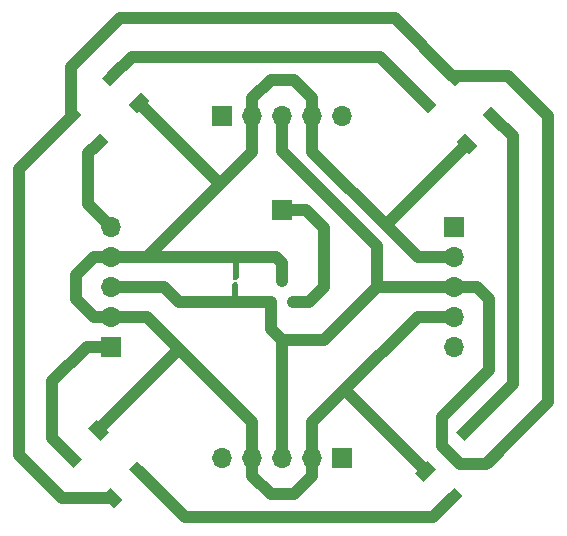
<source format=gbr>
%TF.GenerationSoftware,KiCad,Pcbnew,5.1.10-88a1d61d58~88~ubuntu20.04.1*%
%TF.CreationDate,2021-06-14T10:10:26+02:00*%
%TF.ProjectId,connected_tiles,636f6e6e-6563-4746-9564-5f74696c6573,rev?*%
%TF.SameCoordinates,Original*%
%TF.FileFunction,Copper,L1,Top*%
%TF.FilePolarity,Positive*%
%FSLAX46Y46*%
G04 Gerber Fmt 4.6, Leading zero omitted, Abs format (unit mm)*
G04 Created by KiCad (PCBNEW 5.1.10-88a1d61d58~88~ubuntu20.04.1) date 2021-06-14 10:10:26*
%MOMM*%
%LPD*%
G01*
G04 APERTURE LIST*
%TA.AperFunction,ComponentPad*%
%ADD10O,1.700000X1.700000*%
%TD*%
%TA.AperFunction,ComponentPad*%
%ADD11R,1.700000X1.700000*%
%TD*%
%TA.AperFunction,SMDPad,CuDef*%
%ADD12R,0.558800X0.863600*%
%TD*%
%TA.AperFunction,SMDPad,CuDef*%
%ADD13C,0.100000*%
%TD*%
%TA.AperFunction,Conductor*%
%ADD14C,1.000000*%
%TD*%
%TA.AperFunction,Conductor*%
%ADD15C,0.500000*%
%TD*%
G04 APERTURE END LIST*
%TO.P,C1,2*%
%TO.N,/GND*%
%TA.AperFunction,SMDPad,CuDef*%
G36*
G01*
X61100000Y-144410000D02*
X60900000Y-144410000D01*
G75*
G02*
X60800000Y-144310000I0J100000D01*
G01*
X60800000Y-144050000D01*
G75*
G02*
X60900000Y-143950000I100000J0D01*
G01*
X61100000Y-143950000D01*
G75*
G02*
X61200000Y-144050000I0J-100000D01*
G01*
X61200000Y-144310000D01*
G75*
G02*
X61100000Y-144410000I-100000J0D01*
G01*
G37*
%TD.AperFunction*%
%TO.P,C1,1*%
%TO.N,/VCC*%
%TA.AperFunction,SMDPad,CuDef*%
G36*
G01*
X61100000Y-145050000D02*
X60900000Y-145050000D01*
G75*
G02*
X60800000Y-144950000I0J100000D01*
G01*
X60800000Y-144690000D01*
G75*
G02*
X60900000Y-144590000I100000J0D01*
G01*
X61100000Y-144590000D01*
G75*
G02*
X61200000Y-144690000I0J-100000D01*
G01*
X61200000Y-144950000D01*
G75*
G02*
X61100000Y-145050000I-100000J0D01*
G01*
G37*
%TD.AperFunction*%
%TD*%
D10*
%TO.P,J1,5*%
%TO.N,/DOUT*%
X79500000Y-150080000D03*
%TO.P,J1,4*%
%TO.N,/GND*%
X79500000Y-147540000D03*
%TO.P,J1,3*%
%TO.N,/VCC*%
X79500000Y-145000000D03*
%TO.P,J1,2*%
%TO.N,/GND*%
X79500000Y-142460000D03*
D11*
%TO.P,J1,1*%
%TO.N,/DIN*%
X79500000Y-139920000D03*
%TD*%
%TO.P,J4,1*%
%TO.N,Net-(J4-Pad1)*%
X65000000Y-138500000D03*
%TD*%
D10*
%TO.P,J0,5*%
%TO.N,/DOUT*%
X59920000Y-159500000D03*
%TO.P,J0,4*%
%TO.N,/GND*%
X62460000Y-159500000D03*
%TO.P,J0,3*%
%TO.N,/VCC*%
X65000000Y-159500000D03*
%TO.P,J0,2*%
%TO.N,/GND*%
X67540000Y-159500000D03*
D11*
%TO.P,J0,1*%
%TO.N,/DIN*%
X70080000Y-159500000D03*
%TD*%
D10*
%TO.P,J2,5*%
%TO.N,/DOUT*%
X70080000Y-130500000D03*
%TO.P,J2,4*%
%TO.N,/GND*%
X67540000Y-130500000D03*
%TO.P,J2,3*%
%TO.N,/VCC*%
X65000000Y-130500000D03*
%TO.P,J2,2*%
%TO.N,/GND*%
X62460000Y-130500000D03*
D11*
%TO.P,J2,1*%
%TO.N,/DIN*%
X59920000Y-130500000D03*
%TD*%
D10*
%TO.P,J3,5*%
%TO.N,/DOUT*%
X50500000Y-139920000D03*
%TO.P,J3,4*%
%TO.N,/GND*%
X50500000Y-142460000D03*
%TO.P,J3,3*%
%TO.N,/VCC*%
X50500000Y-145000000D03*
%TO.P,J3,2*%
%TO.N,/GND*%
X50500000Y-147540000D03*
D11*
%TO.P,J3,1*%
%TO.N,/DIN*%
X50500000Y-150080000D03*
%TD*%
D12*
%TO.P,U1,3*%
%TO.N,/GND*%
X65000000Y-143730000D03*
%TO.P,U1,2*%
%TO.N,Net-(J4-Pad1)*%
X65939800Y-146270000D03*
%TO.P,U1,1*%
%TO.N,/VCC*%
X64060200Y-146270000D03*
%TD*%
%TA.AperFunction,SMDPad,CuDef*%
D13*
%TO.P,D3,3*%
%TO.N,/VCC*%
G36*
X46959441Y-131484924D02*
G01*
X46252335Y-130777818D01*
X47312995Y-129717158D01*
X48020101Y-130424264D01*
X46959441Y-131484924D01*
G37*
%TD.AperFunction*%
%TA.AperFunction,SMDPad,CuDef*%
%TO.P,D3,4*%
%TO.N,/DOUT*%
G36*
X49222182Y-133747665D02*
G01*
X48515076Y-133040559D01*
X49575736Y-131979899D01*
X50282842Y-132687005D01*
X49222182Y-133747665D01*
G37*
%TD.AperFunction*%
%TA.AperFunction,SMDPad,CuDef*%
%TO.P,D3,2*%
%TO.N,Net-(D2-Pad4)*%
G36*
X50424264Y-128020101D02*
G01*
X49717158Y-127312995D01*
X50777818Y-126252335D01*
X51484924Y-126959441D01*
X50424264Y-128020101D01*
G37*
%TD.AperFunction*%
%TA.AperFunction,SMDPad,CuDef*%
%TO.P,D3,1*%
%TO.N,/GND*%
G36*
X52687005Y-130282842D02*
G01*
X51979899Y-129575736D01*
X53040559Y-128515076D01*
X53747665Y-129222182D01*
X52687005Y-130282842D01*
G37*
%TD.AperFunction*%
%TD*%
%TA.AperFunction,SMDPad,CuDef*%
%TO.P,D2,3*%
%TO.N,/VCC*%
G36*
X78515076Y-126959441D02*
G01*
X79222182Y-126252335D01*
X80282842Y-127312995D01*
X79575736Y-128020101D01*
X78515076Y-126959441D01*
G37*
%TD.AperFunction*%
%TA.AperFunction,SMDPad,CuDef*%
%TO.P,D2,4*%
%TO.N,Net-(D2-Pad4)*%
G36*
X76252335Y-129222182D02*
G01*
X76959441Y-128515076D01*
X78020101Y-129575736D01*
X77312995Y-130282842D01*
X76252335Y-129222182D01*
G37*
%TD.AperFunction*%
%TA.AperFunction,SMDPad,CuDef*%
%TO.P,D2,2*%
%TO.N,Net-(D1-Pad4)*%
G36*
X81979899Y-130424264D02*
G01*
X82687005Y-129717158D01*
X83747665Y-130777818D01*
X83040559Y-131484924D01*
X81979899Y-130424264D01*
G37*
%TD.AperFunction*%
%TA.AperFunction,SMDPad,CuDef*%
%TO.P,D2,1*%
%TO.N,/GND*%
G36*
X79717158Y-132687005D02*
G01*
X80424264Y-131979899D01*
X81484924Y-133040559D01*
X80777818Y-133747665D01*
X79717158Y-132687005D01*
G37*
%TD.AperFunction*%
%TD*%
%TA.AperFunction,SMDPad,CuDef*%
%TO.P,D1,3*%
%TO.N,/VCC*%
G36*
X83040559Y-158515076D02*
G01*
X83747665Y-159222182D01*
X82687005Y-160282842D01*
X81979899Y-159575736D01*
X83040559Y-158515076D01*
G37*
%TD.AperFunction*%
%TA.AperFunction,SMDPad,CuDef*%
%TO.P,D1,4*%
%TO.N,Net-(D1-Pad4)*%
G36*
X80777818Y-156252335D02*
G01*
X81484924Y-156959441D01*
X80424264Y-158020101D01*
X79717158Y-157312995D01*
X80777818Y-156252335D01*
G37*
%TD.AperFunction*%
%TA.AperFunction,SMDPad,CuDef*%
%TO.P,D1,2*%
%TO.N,Net-(D0-Pad4)*%
G36*
X79575736Y-161979899D02*
G01*
X80282842Y-162687005D01*
X79222182Y-163747665D01*
X78515076Y-163040559D01*
X79575736Y-161979899D01*
G37*
%TD.AperFunction*%
%TA.AperFunction,SMDPad,CuDef*%
%TO.P,D1,1*%
%TO.N,/GND*%
G36*
X77312995Y-159717158D02*
G01*
X78020101Y-160424264D01*
X76959441Y-161484924D01*
X76252335Y-160777818D01*
X77312995Y-159717158D01*
G37*
%TD.AperFunction*%
%TD*%
%TA.AperFunction,SMDPad,CuDef*%
%TO.P,D0,3*%
%TO.N,/VCC*%
G36*
X51484924Y-163040559D02*
G01*
X50777818Y-163747665D01*
X49717158Y-162687005D01*
X50424264Y-161979899D01*
X51484924Y-163040559D01*
G37*
%TD.AperFunction*%
%TA.AperFunction,SMDPad,CuDef*%
%TO.P,D0,4*%
%TO.N,Net-(D0-Pad4)*%
G36*
X53747665Y-160777818D02*
G01*
X53040559Y-161484924D01*
X51979899Y-160424264D01*
X52687005Y-159717158D01*
X53747665Y-160777818D01*
G37*
%TD.AperFunction*%
%TA.AperFunction,SMDPad,CuDef*%
%TO.P,D0,2*%
%TO.N,/DIN*%
G36*
X48020101Y-159575736D02*
G01*
X47312995Y-160282842D01*
X46252335Y-159222182D01*
X46959441Y-158515076D01*
X48020101Y-159575736D01*
G37*
%TD.AperFunction*%
%TA.AperFunction,SMDPad,CuDef*%
%TO.P,D0,1*%
%TO.N,/GND*%
G36*
X50282842Y-157312995D02*
G01*
X49575736Y-158020101D01*
X48515076Y-156959441D01*
X49222182Y-156252335D01*
X50282842Y-157312995D01*
G37*
%TD.AperFunction*%
%TD*%
D14*
%TO.N,Net-(D0-Pad4)*%
X52863782Y-160601041D02*
X56762741Y-164500000D01*
X77762741Y-164500000D02*
X79398959Y-162863782D01*
X56762741Y-164500000D02*
X77762741Y-164500000D01*
%TO.N,Net-(D1-Pad4)*%
X80601041Y-157136218D02*
X84500000Y-153237259D01*
X84500000Y-132237259D02*
X82863782Y-130601041D01*
X84500000Y-153237259D02*
X84500000Y-132237259D01*
%TO.N,Net-(D2-Pad4)*%
X77136218Y-129398959D02*
X73237259Y-125500000D01*
X52237259Y-125500000D02*
X50601041Y-127136218D01*
X73237259Y-125500000D02*
X52237259Y-125500000D01*
%TO.N,/VCC*%
X64060200Y-146270000D02*
X62770000Y-146270000D01*
X62770000Y-146270000D02*
X62230000Y-146270000D01*
D15*
X62230000Y-146270000D02*
X61770000Y-146270000D01*
D14*
X65000000Y-159500000D02*
X65000000Y-149500000D01*
X64060200Y-148560200D02*
X64060200Y-146270000D01*
X65000000Y-149500000D02*
X64060200Y-148560200D01*
X55000000Y-145000000D02*
X50500000Y-145000000D01*
X56270000Y-146270000D02*
X55000000Y-145000000D01*
D15*
X61000000Y-146000000D02*
X60730000Y-146270000D01*
X61000000Y-144860010D02*
X61000000Y-146000000D01*
D14*
X60730000Y-146270000D02*
X56270000Y-146270000D01*
X62230000Y-146270000D02*
X60730000Y-146270000D01*
X79500000Y-145000000D02*
X73000000Y-145000000D01*
X68500000Y-149500000D02*
X65000000Y-149500000D01*
X73000000Y-145000000D02*
X68500000Y-149500000D01*
X65000000Y-130500000D02*
X65000000Y-133500000D01*
X73000000Y-141500000D02*
X73000000Y-145000000D01*
X65000000Y-133500000D02*
X73000000Y-141500000D01*
X79500000Y-145000000D02*
X81500000Y-145000000D01*
X81500000Y-145000000D02*
X82500000Y-146000000D01*
X82500000Y-146000000D02*
X82500000Y-152000000D01*
X82500000Y-152000000D02*
X78500000Y-156000000D01*
X78500000Y-156000000D02*
X78500000Y-158500000D01*
X78500000Y-158500000D02*
X80000000Y-160000000D01*
X82262741Y-160000000D02*
X82863782Y-159398959D01*
X80000000Y-160000000D02*
X82262741Y-160000000D01*
X82863782Y-159398959D02*
X87500000Y-154762741D01*
X87500000Y-154762741D02*
X87500000Y-130500000D01*
X84136218Y-127136218D02*
X79398959Y-127136218D01*
X87500000Y-130500000D02*
X84136218Y-127136218D01*
X79398959Y-127136218D02*
X74500000Y-122237259D01*
X74500000Y-122237259D02*
X51262741Y-122237259D01*
X47136218Y-126363782D02*
X47136218Y-130601041D01*
X51262741Y-122237259D02*
X47136218Y-126363782D01*
X47136218Y-130601041D02*
X42737259Y-135000000D01*
X42737259Y-135000000D02*
X42737259Y-159237259D01*
X46363782Y-162863782D02*
X50601041Y-162863782D01*
X42737259Y-159237259D02*
X46363782Y-162863782D01*
%TO.N,/GND*%
X65000000Y-143730000D02*
X65000000Y-144000000D01*
X65000000Y-143730000D02*
X65000000Y-144500000D01*
D15*
X61050000Y-142550000D02*
X61050000Y-144130000D01*
D14*
X50500000Y-142460000D02*
X49040000Y-142460000D01*
X49040000Y-142460000D02*
X47500000Y-144000000D01*
X50500000Y-147540000D02*
X49040000Y-147540000D01*
X47500000Y-146000000D02*
X47500000Y-144000000D01*
X49040000Y-147540000D02*
X47500000Y-146000000D01*
X62460000Y-159500000D02*
X62460000Y-160960000D01*
X62460000Y-160960000D02*
X64000000Y-162500000D01*
X67540000Y-159500000D02*
X67540000Y-160960000D01*
X66000000Y-162500000D02*
X64000000Y-162500000D01*
X67540000Y-160960000D02*
X66000000Y-162500000D01*
X62460000Y-129040000D02*
X62460000Y-130500000D01*
X64000000Y-127500000D02*
X62460000Y-129040000D01*
X66000000Y-127500000D02*
X64000000Y-127500000D01*
X67540000Y-129040000D02*
X66000000Y-127500000D01*
X67540000Y-130500000D02*
X67540000Y-129040000D01*
X67540000Y-159500000D02*
X67540000Y-156460000D01*
X76540000Y-147540000D02*
X79500000Y-147540000D01*
X76500000Y-147500000D02*
X76540000Y-147540000D01*
X79500000Y-142460000D02*
X76460000Y-142460000D01*
X67540000Y-133540000D02*
X67540000Y-130500000D01*
X62460000Y-130500000D02*
X62460000Y-133540000D01*
X53540000Y-142460000D02*
X50500000Y-142460000D01*
X50500000Y-147540000D02*
X53540000Y-147540000D01*
X62460000Y-156460000D02*
X62460000Y-159500000D01*
X65000000Y-143000000D02*
X65000000Y-143730000D01*
X64460000Y-142460000D02*
X65000000Y-143000000D01*
X53540000Y-142460000D02*
X64460000Y-142460000D01*
X56035177Y-150500000D02*
X49398959Y-157136218D01*
X56500000Y-150500000D02*
X56035177Y-150500000D01*
X53540000Y-147540000D02*
X56500000Y-150500000D01*
X56500000Y-150500000D02*
X62460000Y-156460000D01*
X70285177Y-153750000D02*
X77136218Y-160601041D01*
X70250000Y-153750000D02*
X70285177Y-153750000D01*
X67540000Y-156460000D02*
X70250000Y-153750000D01*
X70250000Y-153750000D02*
X76500000Y-147500000D01*
X74000000Y-139464823D02*
X80601041Y-132863782D01*
X74000000Y-140000000D02*
X74000000Y-139464823D01*
X76460000Y-142460000D02*
X74000000Y-140000000D01*
X74000000Y-140000000D02*
X67540000Y-133540000D01*
X59464823Y-136000000D02*
X52863782Y-129398959D01*
X60000000Y-136000000D02*
X59464823Y-136000000D01*
X62460000Y-133540000D02*
X60000000Y-136000000D01*
X60000000Y-136000000D02*
X53540000Y-142460000D01*
%TO.N,/DIN*%
X50500000Y-150080000D02*
X48420000Y-150080000D01*
X48420000Y-150080000D02*
X45500000Y-153000000D01*
X45500000Y-157762741D02*
X47136218Y-159398959D01*
X45500000Y-153000000D02*
X45500000Y-157762741D01*
%TO.N,/DOUT*%
X50500000Y-139920000D02*
X48580000Y-138000000D01*
X48580000Y-133682741D02*
X49398959Y-132863782D01*
X48580000Y-138000000D02*
X48580000Y-133682741D01*
%TO.N,Net-(J4-Pad1)*%
X65939800Y-146270000D02*
X67230000Y-146270000D01*
X67230000Y-146270000D02*
X68500000Y-145000000D01*
X68500000Y-145000000D02*
X68500000Y-140000000D01*
X68500000Y-140000000D02*
X67000000Y-138500000D01*
X67000000Y-138500000D02*
X65000000Y-138500000D01*
%TD*%
M02*

</source>
